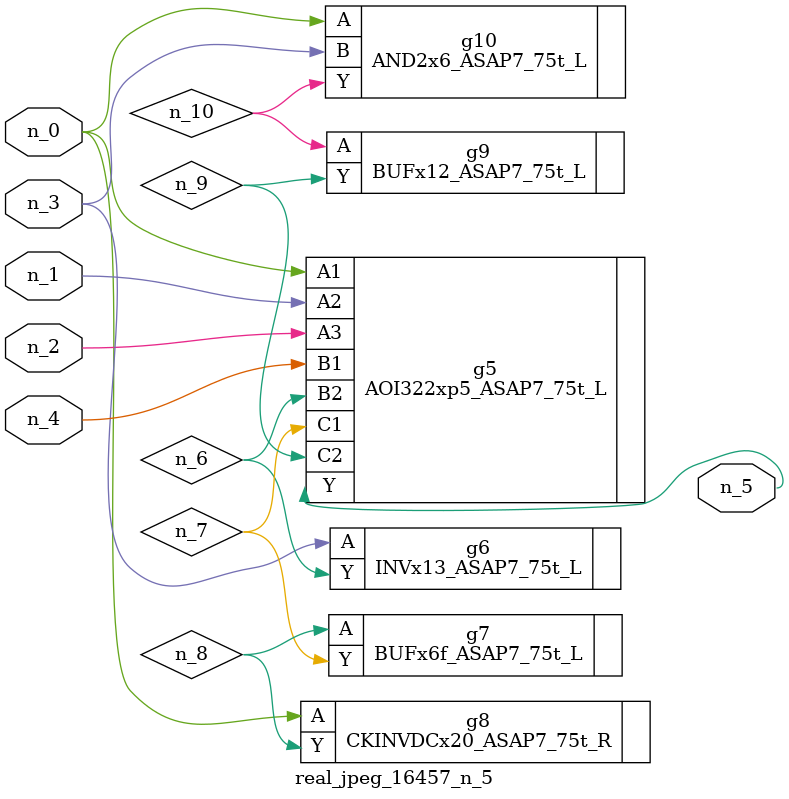
<source format=v>
module real_jpeg_16457_n_5 (n_4, n_0, n_1, n_2, n_3, n_5);

input n_4;
input n_0;
input n_1;
input n_2;
input n_3;

output n_5;

wire n_8;
wire n_6;
wire n_7;
wire n_10;
wire n_9;

AOI322xp5_ASAP7_75t_L g5 ( 
.A1(n_0),
.A2(n_1),
.A3(n_2),
.B1(n_4),
.B2(n_6),
.C1(n_7),
.C2(n_9),
.Y(n_5)
);

CKINVDCx20_ASAP7_75t_R g8 ( 
.A(n_0),
.Y(n_8)
);

AND2x6_ASAP7_75t_L g10 ( 
.A(n_0),
.B(n_3),
.Y(n_10)
);

INVx13_ASAP7_75t_L g6 ( 
.A(n_3),
.Y(n_6)
);

BUFx6f_ASAP7_75t_L g7 ( 
.A(n_8),
.Y(n_7)
);

BUFx12_ASAP7_75t_L g9 ( 
.A(n_10),
.Y(n_9)
);


endmodule
</source>
